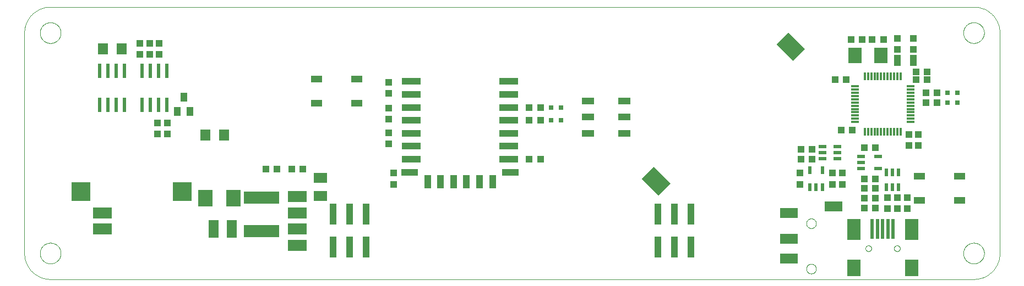
<source format=gtp>
G75*
%MOIN*%
%OFA0B0*%
%FSLAX25Y25*%
%IPPOS*%
%LPD*%
%AMOC8*
5,1,8,0,0,1.08239X$1,22.5*
%
%ADD10C,0.00000*%
%ADD11R,0.04331X0.03937*%
%ADD12R,0.03937X0.04331*%
%ADD13R,0.03150X0.03150*%
%ADD14R,0.07874X0.09843*%
%ADD15R,0.07874X0.12992*%
%ADD16R,0.01969X0.12205*%
%ADD17R,0.04724X0.02165*%
%ADD18R,0.11811X0.11811*%
%ADD19R,0.02362X0.08661*%
%ADD20R,0.03937X0.05512*%
%ADD21R,0.06299X0.07098*%
%ADD22R,0.09055X0.09843*%
%ADD23R,0.21654X0.07283*%
%ADD24R,0.06299X0.10630*%
%ADD25R,0.07874X0.06299*%
%ADD26R,0.07087X0.04331*%
%ADD27R,0.01181X0.04724*%
%ADD28R,0.04724X0.01181*%
%ADD29R,0.02362X0.04724*%
%ADD30R,0.04724X0.02362*%
%ADD31R,0.11024X0.05906*%
%ADD32R,0.07874X0.09449*%
%ADD33R,0.02165X0.04724*%
%ADD34R,0.03937X0.07087*%
%ADD35R,0.04000X0.13000*%
%ADD36R,0.03937X0.07874*%
%ADD37R,0.09843X0.03937*%
%ADD38R,0.11811X0.03937*%
%ADD39R,0.14173X0.10236*%
%ADD40R,0.07677X0.04331*%
%ADD41R,0.11811X0.07087*%
D10*
X0017248Y0009374D02*
X0576303Y0009374D01*
X0570004Y0025122D02*
X0570006Y0025280D01*
X0570012Y0025438D01*
X0570022Y0025596D01*
X0570036Y0025754D01*
X0570054Y0025911D01*
X0570075Y0026068D01*
X0570101Y0026224D01*
X0570131Y0026380D01*
X0570164Y0026535D01*
X0570202Y0026688D01*
X0570243Y0026841D01*
X0570288Y0026993D01*
X0570337Y0027144D01*
X0570390Y0027293D01*
X0570446Y0027441D01*
X0570506Y0027587D01*
X0570570Y0027732D01*
X0570638Y0027875D01*
X0570709Y0028017D01*
X0570783Y0028157D01*
X0570861Y0028294D01*
X0570943Y0028430D01*
X0571027Y0028564D01*
X0571116Y0028695D01*
X0571207Y0028824D01*
X0571302Y0028951D01*
X0571399Y0029076D01*
X0571500Y0029198D01*
X0571604Y0029317D01*
X0571711Y0029434D01*
X0571821Y0029548D01*
X0571934Y0029659D01*
X0572049Y0029768D01*
X0572167Y0029873D01*
X0572288Y0029975D01*
X0572411Y0030075D01*
X0572537Y0030171D01*
X0572665Y0030264D01*
X0572795Y0030354D01*
X0572928Y0030440D01*
X0573063Y0030524D01*
X0573199Y0030603D01*
X0573338Y0030680D01*
X0573479Y0030752D01*
X0573621Y0030822D01*
X0573765Y0030887D01*
X0573911Y0030949D01*
X0574058Y0031007D01*
X0574207Y0031062D01*
X0574357Y0031113D01*
X0574508Y0031160D01*
X0574660Y0031203D01*
X0574813Y0031242D01*
X0574968Y0031278D01*
X0575123Y0031309D01*
X0575279Y0031337D01*
X0575435Y0031361D01*
X0575592Y0031381D01*
X0575750Y0031397D01*
X0575907Y0031409D01*
X0576066Y0031417D01*
X0576224Y0031421D01*
X0576382Y0031421D01*
X0576540Y0031417D01*
X0576699Y0031409D01*
X0576856Y0031397D01*
X0577014Y0031381D01*
X0577171Y0031361D01*
X0577327Y0031337D01*
X0577483Y0031309D01*
X0577638Y0031278D01*
X0577793Y0031242D01*
X0577946Y0031203D01*
X0578098Y0031160D01*
X0578249Y0031113D01*
X0578399Y0031062D01*
X0578548Y0031007D01*
X0578695Y0030949D01*
X0578841Y0030887D01*
X0578985Y0030822D01*
X0579127Y0030752D01*
X0579268Y0030680D01*
X0579407Y0030603D01*
X0579543Y0030524D01*
X0579678Y0030440D01*
X0579811Y0030354D01*
X0579941Y0030264D01*
X0580069Y0030171D01*
X0580195Y0030075D01*
X0580318Y0029975D01*
X0580439Y0029873D01*
X0580557Y0029768D01*
X0580672Y0029659D01*
X0580785Y0029548D01*
X0580895Y0029434D01*
X0581002Y0029317D01*
X0581106Y0029198D01*
X0581207Y0029076D01*
X0581304Y0028951D01*
X0581399Y0028824D01*
X0581490Y0028695D01*
X0581579Y0028564D01*
X0581663Y0028430D01*
X0581745Y0028294D01*
X0581823Y0028157D01*
X0581897Y0028017D01*
X0581968Y0027875D01*
X0582036Y0027732D01*
X0582100Y0027587D01*
X0582160Y0027441D01*
X0582216Y0027293D01*
X0582269Y0027144D01*
X0582318Y0026993D01*
X0582363Y0026841D01*
X0582404Y0026688D01*
X0582442Y0026535D01*
X0582475Y0026380D01*
X0582505Y0026224D01*
X0582531Y0026068D01*
X0582552Y0025911D01*
X0582570Y0025754D01*
X0582584Y0025596D01*
X0582594Y0025438D01*
X0582600Y0025280D01*
X0582602Y0025122D01*
X0582600Y0024964D01*
X0582594Y0024806D01*
X0582584Y0024648D01*
X0582570Y0024490D01*
X0582552Y0024333D01*
X0582531Y0024176D01*
X0582505Y0024020D01*
X0582475Y0023864D01*
X0582442Y0023709D01*
X0582404Y0023556D01*
X0582363Y0023403D01*
X0582318Y0023251D01*
X0582269Y0023100D01*
X0582216Y0022951D01*
X0582160Y0022803D01*
X0582100Y0022657D01*
X0582036Y0022512D01*
X0581968Y0022369D01*
X0581897Y0022227D01*
X0581823Y0022087D01*
X0581745Y0021950D01*
X0581663Y0021814D01*
X0581579Y0021680D01*
X0581490Y0021549D01*
X0581399Y0021420D01*
X0581304Y0021293D01*
X0581207Y0021168D01*
X0581106Y0021046D01*
X0581002Y0020927D01*
X0580895Y0020810D01*
X0580785Y0020696D01*
X0580672Y0020585D01*
X0580557Y0020476D01*
X0580439Y0020371D01*
X0580318Y0020269D01*
X0580195Y0020169D01*
X0580069Y0020073D01*
X0579941Y0019980D01*
X0579811Y0019890D01*
X0579678Y0019804D01*
X0579543Y0019720D01*
X0579407Y0019641D01*
X0579268Y0019564D01*
X0579127Y0019492D01*
X0578985Y0019422D01*
X0578841Y0019357D01*
X0578695Y0019295D01*
X0578548Y0019237D01*
X0578399Y0019182D01*
X0578249Y0019131D01*
X0578098Y0019084D01*
X0577946Y0019041D01*
X0577793Y0019002D01*
X0577638Y0018966D01*
X0577483Y0018935D01*
X0577327Y0018907D01*
X0577171Y0018883D01*
X0577014Y0018863D01*
X0576856Y0018847D01*
X0576699Y0018835D01*
X0576540Y0018827D01*
X0576382Y0018823D01*
X0576224Y0018823D01*
X0576066Y0018827D01*
X0575907Y0018835D01*
X0575750Y0018847D01*
X0575592Y0018863D01*
X0575435Y0018883D01*
X0575279Y0018907D01*
X0575123Y0018935D01*
X0574968Y0018966D01*
X0574813Y0019002D01*
X0574660Y0019041D01*
X0574508Y0019084D01*
X0574357Y0019131D01*
X0574207Y0019182D01*
X0574058Y0019237D01*
X0573911Y0019295D01*
X0573765Y0019357D01*
X0573621Y0019422D01*
X0573479Y0019492D01*
X0573338Y0019564D01*
X0573199Y0019641D01*
X0573063Y0019720D01*
X0572928Y0019804D01*
X0572795Y0019890D01*
X0572665Y0019980D01*
X0572537Y0020073D01*
X0572411Y0020169D01*
X0572288Y0020269D01*
X0572167Y0020371D01*
X0572049Y0020476D01*
X0571934Y0020585D01*
X0571821Y0020696D01*
X0571711Y0020810D01*
X0571604Y0020927D01*
X0571500Y0021046D01*
X0571399Y0021168D01*
X0571302Y0021293D01*
X0571207Y0021420D01*
X0571116Y0021549D01*
X0571027Y0021680D01*
X0570943Y0021814D01*
X0570861Y0021950D01*
X0570783Y0022087D01*
X0570709Y0022227D01*
X0570638Y0022369D01*
X0570570Y0022512D01*
X0570506Y0022657D01*
X0570446Y0022803D01*
X0570390Y0022951D01*
X0570337Y0023100D01*
X0570288Y0023251D01*
X0570243Y0023403D01*
X0570202Y0023556D01*
X0570164Y0023709D01*
X0570131Y0023864D01*
X0570101Y0024020D01*
X0570075Y0024176D01*
X0570054Y0024333D01*
X0570036Y0024490D01*
X0570022Y0024648D01*
X0570012Y0024806D01*
X0570006Y0024964D01*
X0570004Y0025122D01*
X0576303Y0009374D02*
X0576684Y0009379D01*
X0577064Y0009392D01*
X0577444Y0009415D01*
X0577823Y0009448D01*
X0578201Y0009489D01*
X0578578Y0009539D01*
X0578954Y0009599D01*
X0579329Y0009667D01*
X0579701Y0009745D01*
X0580072Y0009832D01*
X0580440Y0009927D01*
X0580806Y0010032D01*
X0581169Y0010145D01*
X0581530Y0010267D01*
X0581887Y0010397D01*
X0582241Y0010537D01*
X0582592Y0010684D01*
X0582939Y0010841D01*
X0583282Y0011005D01*
X0583621Y0011178D01*
X0583956Y0011359D01*
X0584287Y0011548D01*
X0584612Y0011745D01*
X0584933Y0011949D01*
X0585249Y0012162D01*
X0585559Y0012382D01*
X0585865Y0012609D01*
X0586164Y0012844D01*
X0586458Y0013086D01*
X0586746Y0013334D01*
X0587028Y0013590D01*
X0587303Y0013853D01*
X0587572Y0014122D01*
X0587835Y0014397D01*
X0588091Y0014679D01*
X0588339Y0014967D01*
X0588581Y0015261D01*
X0588816Y0015560D01*
X0589043Y0015866D01*
X0589263Y0016176D01*
X0589476Y0016492D01*
X0589680Y0016813D01*
X0589877Y0017138D01*
X0590066Y0017469D01*
X0590247Y0017804D01*
X0590420Y0018143D01*
X0590584Y0018486D01*
X0590741Y0018833D01*
X0590888Y0019184D01*
X0591028Y0019538D01*
X0591158Y0019895D01*
X0591280Y0020256D01*
X0591393Y0020619D01*
X0591498Y0020985D01*
X0591593Y0021353D01*
X0591680Y0021724D01*
X0591758Y0022096D01*
X0591826Y0022471D01*
X0591886Y0022847D01*
X0591936Y0023224D01*
X0591977Y0023602D01*
X0592010Y0023981D01*
X0592033Y0024361D01*
X0592046Y0024741D01*
X0592051Y0025122D01*
X0592051Y0158980D01*
X0570004Y0158980D02*
X0570006Y0159138D01*
X0570012Y0159296D01*
X0570022Y0159454D01*
X0570036Y0159612D01*
X0570054Y0159769D01*
X0570075Y0159926D01*
X0570101Y0160082D01*
X0570131Y0160238D01*
X0570164Y0160393D01*
X0570202Y0160546D01*
X0570243Y0160699D01*
X0570288Y0160851D01*
X0570337Y0161002D01*
X0570390Y0161151D01*
X0570446Y0161299D01*
X0570506Y0161445D01*
X0570570Y0161590D01*
X0570638Y0161733D01*
X0570709Y0161875D01*
X0570783Y0162015D01*
X0570861Y0162152D01*
X0570943Y0162288D01*
X0571027Y0162422D01*
X0571116Y0162553D01*
X0571207Y0162682D01*
X0571302Y0162809D01*
X0571399Y0162934D01*
X0571500Y0163056D01*
X0571604Y0163175D01*
X0571711Y0163292D01*
X0571821Y0163406D01*
X0571934Y0163517D01*
X0572049Y0163626D01*
X0572167Y0163731D01*
X0572288Y0163833D01*
X0572411Y0163933D01*
X0572537Y0164029D01*
X0572665Y0164122D01*
X0572795Y0164212D01*
X0572928Y0164298D01*
X0573063Y0164382D01*
X0573199Y0164461D01*
X0573338Y0164538D01*
X0573479Y0164610D01*
X0573621Y0164680D01*
X0573765Y0164745D01*
X0573911Y0164807D01*
X0574058Y0164865D01*
X0574207Y0164920D01*
X0574357Y0164971D01*
X0574508Y0165018D01*
X0574660Y0165061D01*
X0574813Y0165100D01*
X0574968Y0165136D01*
X0575123Y0165167D01*
X0575279Y0165195D01*
X0575435Y0165219D01*
X0575592Y0165239D01*
X0575750Y0165255D01*
X0575907Y0165267D01*
X0576066Y0165275D01*
X0576224Y0165279D01*
X0576382Y0165279D01*
X0576540Y0165275D01*
X0576699Y0165267D01*
X0576856Y0165255D01*
X0577014Y0165239D01*
X0577171Y0165219D01*
X0577327Y0165195D01*
X0577483Y0165167D01*
X0577638Y0165136D01*
X0577793Y0165100D01*
X0577946Y0165061D01*
X0578098Y0165018D01*
X0578249Y0164971D01*
X0578399Y0164920D01*
X0578548Y0164865D01*
X0578695Y0164807D01*
X0578841Y0164745D01*
X0578985Y0164680D01*
X0579127Y0164610D01*
X0579268Y0164538D01*
X0579407Y0164461D01*
X0579543Y0164382D01*
X0579678Y0164298D01*
X0579811Y0164212D01*
X0579941Y0164122D01*
X0580069Y0164029D01*
X0580195Y0163933D01*
X0580318Y0163833D01*
X0580439Y0163731D01*
X0580557Y0163626D01*
X0580672Y0163517D01*
X0580785Y0163406D01*
X0580895Y0163292D01*
X0581002Y0163175D01*
X0581106Y0163056D01*
X0581207Y0162934D01*
X0581304Y0162809D01*
X0581399Y0162682D01*
X0581490Y0162553D01*
X0581579Y0162422D01*
X0581663Y0162288D01*
X0581745Y0162152D01*
X0581823Y0162015D01*
X0581897Y0161875D01*
X0581968Y0161733D01*
X0582036Y0161590D01*
X0582100Y0161445D01*
X0582160Y0161299D01*
X0582216Y0161151D01*
X0582269Y0161002D01*
X0582318Y0160851D01*
X0582363Y0160699D01*
X0582404Y0160546D01*
X0582442Y0160393D01*
X0582475Y0160238D01*
X0582505Y0160082D01*
X0582531Y0159926D01*
X0582552Y0159769D01*
X0582570Y0159612D01*
X0582584Y0159454D01*
X0582594Y0159296D01*
X0582600Y0159138D01*
X0582602Y0158980D01*
X0582600Y0158822D01*
X0582594Y0158664D01*
X0582584Y0158506D01*
X0582570Y0158348D01*
X0582552Y0158191D01*
X0582531Y0158034D01*
X0582505Y0157878D01*
X0582475Y0157722D01*
X0582442Y0157567D01*
X0582404Y0157414D01*
X0582363Y0157261D01*
X0582318Y0157109D01*
X0582269Y0156958D01*
X0582216Y0156809D01*
X0582160Y0156661D01*
X0582100Y0156515D01*
X0582036Y0156370D01*
X0581968Y0156227D01*
X0581897Y0156085D01*
X0581823Y0155945D01*
X0581745Y0155808D01*
X0581663Y0155672D01*
X0581579Y0155538D01*
X0581490Y0155407D01*
X0581399Y0155278D01*
X0581304Y0155151D01*
X0581207Y0155026D01*
X0581106Y0154904D01*
X0581002Y0154785D01*
X0580895Y0154668D01*
X0580785Y0154554D01*
X0580672Y0154443D01*
X0580557Y0154334D01*
X0580439Y0154229D01*
X0580318Y0154127D01*
X0580195Y0154027D01*
X0580069Y0153931D01*
X0579941Y0153838D01*
X0579811Y0153748D01*
X0579678Y0153662D01*
X0579543Y0153578D01*
X0579407Y0153499D01*
X0579268Y0153422D01*
X0579127Y0153350D01*
X0578985Y0153280D01*
X0578841Y0153215D01*
X0578695Y0153153D01*
X0578548Y0153095D01*
X0578399Y0153040D01*
X0578249Y0152989D01*
X0578098Y0152942D01*
X0577946Y0152899D01*
X0577793Y0152860D01*
X0577638Y0152824D01*
X0577483Y0152793D01*
X0577327Y0152765D01*
X0577171Y0152741D01*
X0577014Y0152721D01*
X0576856Y0152705D01*
X0576699Y0152693D01*
X0576540Y0152685D01*
X0576382Y0152681D01*
X0576224Y0152681D01*
X0576066Y0152685D01*
X0575907Y0152693D01*
X0575750Y0152705D01*
X0575592Y0152721D01*
X0575435Y0152741D01*
X0575279Y0152765D01*
X0575123Y0152793D01*
X0574968Y0152824D01*
X0574813Y0152860D01*
X0574660Y0152899D01*
X0574508Y0152942D01*
X0574357Y0152989D01*
X0574207Y0153040D01*
X0574058Y0153095D01*
X0573911Y0153153D01*
X0573765Y0153215D01*
X0573621Y0153280D01*
X0573479Y0153350D01*
X0573338Y0153422D01*
X0573199Y0153499D01*
X0573063Y0153578D01*
X0572928Y0153662D01*
X0572795Y0153748D01*
X0572665Y0153838D01*
X0572537Y0153931D01*
X0572411Y0154027D01*
X0572288Y0154127D01*
X0572167Y0154229D01*
X0572049Y0154334D01*
X0571934Y0154443D01*
X0571821Y0154554D01*
X0571711Y0154668D01*
X0571604Y0154785D01*
X0571500Y0154904D01*
X0571399Y0155026D01*
X0571302Y0155151D01*
X0571207Y0155278D01*
X0571116Y0155407D01*
X0571027Y0155538D01*
X0570943Y0155672D01*
X0570861Y0155808D01*
X0570783Y0155945D01*
X0570709Y0156085D01*
X0570638Y0156227D01*
X0570570Y0156370D01*
X0570506Y0156515D01*
X0570446Y0156661D01*
X0570390Y0156809D01*
X0570337Y0156958D01*
X0570288Y0157109D01*
X0570243Y0157261D01*
X0570202Y0157414D01*
X0570164Y0157567D01*
X0570131Y0157722D01*
X0570101Y0157878D01*
X0570075Y0158034D01*
X0570054Y0158191D01*
X0570036Y0158348D01*
X0570022Y0158506D01*
X0570012Y0158664D01*
X0570006Y0158822D01*
X0570004Y0158980D01*
X0576303Y0174728D02*
X0576684Y0174723D01*
X0577064Y0174710D01*
X0577444Y0174687D01*
X0577823Y0174654D01*
X0578201Y0174613D01*
X0578578Y0174563D01*
X0578954Y0174503D01*
X0579329Y0174435D01*
X0579701Y0174357D01*
X0580072Y0174270D01*
X0580440Y0174175D01*
X0580806Y0174070D01*
X0581169Y0173957D01*
X0581530Y0173835D01*
X0581887Y0173705D01*
X0582241Y0173565D01*
X0582592Y0173418D01*
X0582939Y0173261D01*
X0583282Y0173097D01*
X0583621Y0172924D01*
X0583956Y0172743D01*
X0584287Y0172554D01*
X0584612Y0172357D01*
X0584933Y0172153D01*
X0585249Y0171940D01*
X0585559Y0171720D01*
X0585865Y0171493D01*
X0586164Y0171258D01*
X0586458Y0171016D01*
X0586746Y0170768D01*
X0587028Y0170512D01*
X0587303Y0170249D01*
X0587572Y0169980D01*
X0587835Y0169705D01*
X0588091Y0169423D01*
X0588339Y0169135D01*
X0588581Y0168841D01*
X0588816Y0168542D01*
X0589043Y0168236D01*
X0589263Y0167926D01*
X0589476Y0167610D01*
X0589680Y0167289D01*
X0589877Y0166964D01*
X0590066Y0166633D01*
X0590247Y0166298D01*
X0590420Y0165959D01*
X0590584Y0165616D01*
X0590741Y0165269D01*
X0590888Y0164918D01*
X0591028Y0164564D01*
X0591158Y0164207D01*
X0591280Y0163846D01*
X0591393Y0163483D01*
X0591498Y0163117D01*
X0591593Y0162749D01*
X0591680Y0162378D01*
X0591758Y0162006D01*
X0591826Y0161631D01*
X0591886Y0161255D01*
X0591936Y0160878D01*
X0591977Y0160500D01*
X0592010Y0160121D01*
X0592033Y0159741D01*
X0592046Y0159361D01*
X0592051Y0158980D01*
X0576303Y0174728D02*
X0017248Y0174728D01*
X0010949Y0158980D02*
X0010951Y0159138D01*
X0010957Y0159296D01*
X0010967Y0159454D01*
X0010981Y0159612D01*
X0010999Y0159769D01*
X0011020Y0159926D01*
X0011046Y0160082D01*
X0011076Y0160238D01*
X0011109Y0160393D01*
X0011147Y0160546D01*
X0011188Y0160699D01*
X0011233Y0160851D01*
X0011282Y0161002D01*
X0011335Y0161151D01*
X0011391Y0161299D01*
X0011451Y0161445D01*
X0011515Y0161590D01*
X0011583Y0161733D01*
X0011654Y0161875D01*
X0011728Y0162015D01*
X0011806Y0162152D01*
X0011888Y0162288D01*
X0011972Y0162422D01*
X0012061Y0162553D01*
X0012152Y0162682D01*
X0012247Y0162809D01*
X0012344Y0162934D01*
X0012445Y0163056D01*
X0012549Y0163175D01*
X0012656Y0163292D01*
X0012766Y0163406D01*
X0012879Y0163517D01*
X0012994Y0163626D01*
X0013112Y0163731D01*
X0013233Y0163833D01*
X0013356Y0163933D01*
X0013482Y0164029D01*
X0013610Y0164122D01*
X0013740Y0164212D01*
X0013873Y0164298D01*
X0014008Y0164382D01*
X0014144Y0164461D01*
X0014283Y0164538D01*
X0014424Y0164610D01*
X0014566Y0164680D01*
X0014710Y0164745D01*
X0014856Y0164807D01*
X0015003Y0164865D01*
X0015152Y0164920D01*
X0015302Y0164971D01*
X0015453Y0165018D01*
X0015605Y0165061D01*
X0015758Y0165100D01*
X0015913Y0165136D01*
X0016068Y0165167D01*
X0016224Y0165195D01*
X0016380Y0165219D01*
X0016537Y0165239D01*
X0016695Y0165255D01*
X0016852Y0165267D01*
X0017011Y0165275D01*
X0017169Y0165279D01*
X0017327Y0165279D01*
X0017485Y0165275D01*
X0017644Y0165267D01*
X0017801Y0165255D01*
X0017959Y0165239D01*
X0018116Y0165219D01*
X0018272Y0165195D01*
X0018428Y0165167D01*
X0018583Y0165136D01*
X0018738Y0165100D01*
X0018891Y0165061D01*
X0019043Y0165018D01*
X0019194Y0164971D01*
X0019344Y0164920D01*
X0019493Y0164865D01*
X0019640Y0164807D01*
X0019786Y0164745D01*
X0019930Y0164680D01*
X0020072Y0164610D01*
X0020213Y0164538D01*
X0020352Y0164461D01*
X0020488Y0164382D01*
X0020623Y0164298D01*
X0020756Y0164212D01*
X0020886Y0164122D01*
X0021014Y0164029D01*
X0021140Y0163933D01*
X0021263Y0163833D01*
X0021384Y0163731D01*
X0021502Y0163626D01*
X0021617Y0163517D01*
X0021730Y0163406D01*
X0021840Y0163292D01*
X0021947Y0163175D01*
X0022051Y0163056D01*
X0022152Y0162934D01*
X0022249Y0162809D01*
X0022344Y0162682D01*
X0022435Y0162553D01*
X0022524Y0162422D01*
X0022608Y0162288D01*
X0022690Y0162152D01*
X0022768Y0162015D01*
X0022842Y0161875D01*
X0022913Y0161733D01*
X0022981Y0161590D01*
X0023045Y0161445D01*
X0023105Y0161299D01*
X0023161Y0161151D01*
X0023214Y0161002D01*
X0023263Y0160851D01*
X0023308Y0160699D01*
X0023349Y0160546D01*
X0023387Y0160393D01*
X0023420Y0160238D01*
X0023450Y0160082D01*
X0023476Y0159926D01*
X0023497Y0159769D01*
X0023515Y0159612D01*
X0023529Y0159454D01*
X0023539Y0159296D01*
X0023545Y0159138D01*
X0023547Y0158980D01*
X0023545Y0158822D01*
X0023539Y0158664D01*
X0023529Y0158506D01*
X0023515Y0158348D01*
X0023497Y0158191D01*
X0023476Y0158034D01*
X0023450Y0157878D01*
X0023420Y0157722D01*
X0023387Y0157567D01*
X0023349Y0157414D01*
X0023308Y0157261D01*
X0023263Y0157109D01*
X0023214Y0156958D01*
X0023161Y0156809D01*
X0023105Y0156661D01*
X0023045Y0156515D01*
X0022981Y0156370D01*
X0022913Y0156227D01*
X0022842Y0156085D01*
X0022768Y0155945D01*
X0022690Y0155808D01*
X0022608Y0155672D01*
X0022524Y0155538D01*
X0022435Y0155407D01*
X0022344Y0155278D01*
X0022249Y0155151D01*
X0022152Y0155026D01*
X0022051Y0154904D01*
X0021947Y0154785D01*
X0021840Y0154668D01*
X0021730Y0154554D01*
X0021617Y0154443D01*
X0021502Y0154334D01*
X0021384Y0154229D01*
X0021263Y0154127D01*
X0021140Y0154027D01*
X0021014Y0153931D01*
X0020886Y0153838D01*
X0020756Y0153748D01*
X0020623Y0153662D01*
X0020488Y0153578D01*
X0020352Y0153499D01*
X0020213Y0153422D01*
X0020072Y0153350D01*
X0019930Y0153280D01*
X0019786Y0153215D01*
X0019640Y0153153D01*
X0019493Y0153095D01*
X0019344Y0153040D01*
X0019194Y0152989D01*
X0019043Y0152942D01*
X0018891Y0152899D01*
X0018738Y0152860D01*
X0018583Y0152824D01*
X0018428Y0152793D01*
X0018272Y0152765D01*
X0018116Y0152741D01*
X0017959Y0152721D01*
X0017801Y0152705D01*
X0017644Y0152693D01*
X0017485Y0152685D01*
X0017327Y0152681D01*
X0017169Y0152681D01*
X0017011Y0152685D01*
X0016852Y0152693D01*
X0016695Y0152705D01*
X0016537Y0152721D01*
X0016380Y0152741D01*
X0016224Y0152765D01*
X0016068Y0152793D01*
X0015913Y0152824D01*
X0015758Y0152860D01*
X0015605Y0152899D01*
X0015453Y0152942D01*
X0015302Y0152989D01*
X0015152Y0153040D01*
X0015003Y0153095D01*
X0014856Y0153153D01*
X0014710Y0153215D01*
X0014566Y0153280D01*
X0014424Y0153350D01*
X0014283Y0153422D01*
X0014144Y0153499D01*
X0014008Y0153578D01*
X0013873Y0153662D01*
X0013740Y0153748D01*
X0013610Y0153838D01*
X0013482Y0153931D01*
X0013356Y0154027D01*
X0013233Y0154127D01*
X0013112Y0154229D01*
X0012994Y0154334D01*
X0012879Y0154443D01*
X0012766Y0154554D01*
X0012656Y0154668D01*
X0012549Y0154785D01*
X0012445Y0154904D01*
X0012344Y0155026D01*
X0012247Y0155151D01*
X0012152Y0155278D01*
X0012061Y0155407D01*
X0011972Y0155538D01*
X0011888Y0155672D01*
X0011806Y0155808D01*
X0011728Y0155945D01*
X0011654Y0156085D01*
X0011583Y0156227D01*
X0011515Y0156370D01*
X0011451Y0156515D01*
X0011391Y0156661D01*
X0011335Y0156809D01*
X0011282Y0156958D01*
X0011233Y0157109D01*
X0011188Y0157261D01*
X0011147Y0157414D01*
X0011109Y0157567D01*
X0011076Y0157722D01*
X0011046Y0157878D01*
X0011020Y0158034D01*
X0010999Y0158191D01*
X0010981Y0158348D01*
X0010967Y0158506D01*
X0010957Y0158664D01*
X0010951Y0158822D01*
X0010949Y0158980D01*
X0001500Y0158980D02*
X0001505Y0159361D01*
X0001518Y0159741D01*
X0001541Y0160121D01*
X0001574Y0160500D01*
X0001615Y0160878D01*
X0001665Y0161255D01*
X0001725Y0161631D01*
X0001793Y0162006D01*
X0001871Y0162378D01*
X0001958Y0162749D01*
X0002053Y0163117D01*
X0002158Y0163483D01*
X0002271Y0163846D01*
X0002393Y0164207D01*
X0002523Y0164564D01*
X0002663Y0164918D01*
X0002810Y0165269D01*
X0002967Y0165616D01*
X0003131Y0165959D01*
X0003304Y0166298D01*
X0003485Y0166633D01*
X0003674Y0166964D01*
X0003871Y0167289D01*
X0004075Y0167610D01*
X0004288Y0167926D01*
X0004508Y0168236D01*
X0004735Y0168542D01*
X0004970Y0168841D01*
X0005212Y0169135D01*
X0005460Y0169423D01*
X0005716Y0169705D01*
X0005979Y0169980D01*
X0006248Y0170249D01*
X0006523Y0170512D01*
X0006805Y0170768D01*
X0007093Y0171016D01*
X0007387Y0171258D01*
X0007686Y0171493D01*
X0007992Y0171720D01*
X0008302Y0171940D01*
X0008618Y0172153D01*
X0008939Y0172357D01*
X0009264Y0172554D01*
X0009595Y0172743D01*
X0009930Y0172924D01*
X0010269Y0173097D01*
X0010612Y0173261D01*
X0010959Y0173418D01*
X0011310Y0173565D01*
X0011664Y0173705D01*
X0012021Y0173835D01*
X0012382Y0173957D01*
X0012745Y0174070D01*
X0013111Y0174175D01*
X0013479Y0174270D01*
X0013850Y0174357D01*
X0014222Y0174435D01*
X0014597Y0174503D01*
X0014973Y0174563D01*
X0015350Y0174613D01*
X0015728Y0174654D01*
X0016107Y0174687D01*
X0016487Y0174710D01*
X0016867Y0174723D01*
X0017248Y0174728D01*
X0001500Y0158980D02*
X0001500Y0025122D01*
X0010949Y0025122D02*
X0010951Y0025280D01*
X0010957Y0025438D01*
X0010967Y0025596D01*
X0010981Y0025754D01*
X0010999Y0025911D01*
X0011020Y0026068D01*
X0011046Y0026224D01*
X0011076Y0026380D01*
X0011109Y0026535D01*
X0011147Y0026688D01*
X0011188Y0026841D01*
X0011233Y0026993D01*
X0011282Y0027144D01*
X0011335Y0027293D01*
X0011391Y0027441D01*
X0011451Y0027587D01*
X0011515Y0027732D01*
X0011583Y0027875D01*
X0011654Y0028017D01*
X0011728Y0028157D01*
X0011806Y0028294D01*
X0011888Y0028430D01*
X0011972Y0028564D01*
X0012061Y0028695D01*
X0012152Y0028824D01*
X0012247Y0028951D01*
X0012344Y0029076D01*
X0012445Y0029198D01*
X0012549Y0029317D01*
X0012656Y0029434D01*
X0012766Y0029548D01*
X0012879Y0029659D01*
X0012994Y0029768D01*
X0013112Y0029873D01*
X0013233Y0029975D01*
X0013356Y0030075D01*
X0013482Y0030171D01*
X0013610Y0030264D01*
X0013740Y0030354D01*
X0013873Y0030440D01*
X0014008Y0030524D01*
X0014144Y0030603D01*
X0014283Y0030680D01*
X0014424Y0030752D01*
X0014566Y0030822D01*
X0014710Y0030887D01*
X0014856Y0030949D01*
X0015003Y0031007D01*
X0015152Y0031062D01*
X0015302Y0031113D01*
X0015453Y0031160D01*
X0015605Y0031203D01*
X0015758Y0031242D01*
X0015913Y0031278D01*
X0016068Y0031309D01*
X0016224Y0031337D01*
X0016380Y0031361D01*
X0016537Y0031381D01*
X0016695Y0031397D01*
X0016852Y0031409D01*
X0017011Y0031417D01*
X0017169Y0031421D01*
X0017327Y0031421D01*
X0017485Y0031417D01*
X0017644Y0031409D01*
X0017801Y0031397D01*
X0017959Y0031381D01*
X0018116Y0031361D01*
X0018272Y0031337D01*
X0018428Y0031309D01*
X0018583Y0031278D01*
X0018738Y0031242D01*
X0018891Y0031203D01*
X0019043Y0031160D01*
X0019194Y0031113D01*
X0019344Y0031062D01*
X0019493Y0031007D01*
X0019640Y0030949D01*
X0019786Y0030887D01*
X0019930Y0030822D01*
X0020072Y0030752D01*
X0020213Y0030680D01*
X0020352Y0030603D01*
X0020488Y0030524D01*
X0020623Y0030440D01*
X0020756Y0030354D01*
X0020886Y0030264D01*
X0021014Y0030171D01*
X0021140Y0030075D01*
X0021263Y0029975D01*
X0021384Y0029873D01*
X0021502Y0029768D01*
X0021617Y0029659D01*
X0021730Y0029548D01*
X0021840Y0029434D01*
X0021947Y0029317D01*
X0022051Y0029198D01*
X0022152Y0029076D01*
X0022249Y0028951D01*
X0022344Y0028824D01*
X0022435Y0028695D01*
X0022524Y0028564D01*
X0022608Y0028430D01*
X0022690Y0028294D01*
X0022768Y0028157D01*
X0022842Y0028017D01*
X0022913Y0027875D01*
X0022981Y0027732D01*
X0023045Y0027587D01*
X0023105Y0027441D01*
X0023161Y0027293D01*
X0023214Y0027144D01*
X0023263Y0026993D01*
X0023308Y0026841D01*
X0023349Y0026688D01*
X0023387Y0026535D01*
X0023420Y0026380D01*
X0023450Y0026224D01*
X0023476Y0026068D01*
X0023497Y0025911D01*
X0023515Y0025754D01*
X0023529Y0025596D01*
X0023539Y0025438D01*
X0023545Y0025280D01*
X0023547Y0025122D01*
X0023545Y0024964D01*
X0023539Y0024806D01*
X0023529Y0024648D01*
X0023515Y0024490D01*
X0023497Y0024333D01*
X0023476Y0024176D01*
X0023450Y0024020D01*
X0023420Y0023864D01*
X0023387Y0023709D01*
X0023349Y0023556D01*
X0023308Y0023403D01*
X0023263Y0023251D01*
X0023214Y0023100D01*
X0023161Y0022951D01*
X0023105Y0022803D01*
X0023045Y0022657D01*
X0022981Y0022512D01*
X0022913Y0022369D01*
X0022842Y0022227D01*
X0022768Y0022087D01*
X0022690Y0021950D01*
X0022608Y0021814D01*
X0022524Y0021680D01*
X0022435Y0021549D01*
X0022344Y0021420D01*
X0022249Y0021293D01*
X0022152Y0021168D01*
X0022051Y0021046D01*
X0021947Y0020927D01*
X0021840Y0020810D01*
X0021730Y0020696D01*
X0021617Y0020585D01*
X0021502Y0020476D01*
X0021384Y0020371D01*
X0021263Y0020269D01*
X0021140Y0020169D01*
X0021014Y0020073D01*
X0020886Y0019980D01*
X0020756Y0019890D01*
X0020623Y0019804D01*
X0020488Y0019720D01*
X0020352Y0019641D01*
X0020213Y0019564D01*
X0020072Y0019492D01*
X0019930Y0019422D01*
X0019786Y0019357D01*
X0019640Y0019295D01*
X0019493Y0019237D01*
X0019344Y0019182D01*
X0019194Y0019131D01*
X0019043Y0019084D01*
X0018891Y0019041D01*
X0018738Y0019002D01*
X0018583Y0018966D01*
X0018428Y0018935D01*
X0018272Y0018907D01*
X0018116Y0018883D01*
X0017959Y0018863D01*
X0017801Y0018847D01*
X0017644Y0018835D01*
X0017485Y0018827D01*
X0017327Y0018823D01*
X0017169Y0018823D01*
X0017011Y0018827D01*
X0016852Y0018835D01*
X0016695Y0018847D01*
X0016537Y0018863D01*
X0016380Y0018883D01*
X0016224Y0018907D01*
X0016068Y0018935D01*
X0015913Y0018966D01*
X0015758Y0019002D01*
X0015605Y0019041D01*
X0015453Y0019084D01*
X0015302Y0019131D01*
X0015152Y0019182D01*
X0015003Y0019237D01*
X0014856Y0019295D01*
X0014710Y0019357D01*
X0014566Y0019422D01*
X0014424Y0019492D01*
X0014283Y0019564D01*
X0014144Y0019641D01*
X0014008Y0019720D01*
X0013873Y0019804D01*
X0013740Y0019890D01*
X0013610Y0019980D01*
X0013482Y0020073D01*
X0013356Y0020169D01*
X0013233Y0020269D01*
X0013112Y0020371D01*
X0012994Y0020476D01*
X0012879Y0020585D01*
X0012766Y0020696D01*
X0012656Y0020810D01*
X0012549Y0020927D01*
X0012445Y0021046D01*
X0012344Y0021168D01*
X0012247Y0021293D01*
X0012152Y0021420D01*
X0012061Y0021549D01*
X0011972Y0021680D01*
X0011888Y0021814D01*
X0011806Y0021950D01*
X0011728Y0022087D01*
X0011654Y0022227D01*
X0011583Y0022369D01*
X0011515Y0022512D01*
X0011451Y0022657D01*
X0011391Y0022803D01*
X0011335Y0022951D01*
X0011282Y0023100D01*
X0011233Y0023251D01*
X0011188Y0023403D01*
X0011147Y0023556D01*
X0011109Y0023709D01*
X0011076Y0023864D01*
X0011046Y0024020D01*
X0011020Y0024176D01*
X0010999Y0024333D01*
X0010981Y0024490D01*
X0010967Y0024648D01*
X0010957Y0024806D01*
X0010951Y0024964D01*
X0010949Y0025122D01*
X0001500Y0025122D02*
X0001505Y0024741D01*
X0001518Y0024361D01*
X0001541Y0023981D01*
X0001574Y0023602D01*
X0001615Y0023224D01*
X0001665Y0022847D01*
X0001725Y0022471D01*
X0001793Y0022096D01*
X0001871Y0021724D01*
X0001958Y0021353D01*
X0002053Y0020985D01*
X0002158Y0020619D01*
X0002271Y0020256D01*
X0002393Y0019895D01*
X0002523Y0019538D01*
X0002663Y0019184D01*
X0002810Y0018833D01*
X0002967Y0018486D01*
X0003131Y0018143D01*
X0003304Y0017804D01*
X0003485Y0017469D01*
X0003674Y0017138D01*
X0003871Y0016813D01*
X0004075Y0016492D01*
X0004288Y0016176D01*
X0004508Y0015866D01*
X0004735Y0015560D01*
X0004970Y0015261D01*
X0005212Y0014967D01*
X0005460Y0014679D01*
X0005716Y0014397D01*
X0005979Y0014122D01*
X0006248Y0013853D01*
X0006523Y0013590D01*
X0006805Y0013334D01*
X0007093Y0013086D01*
X0007387Y0012844D01*
X0007686Y0012609D01*
X0007992Y0012382D01*
X0008302Y0012162D01*
X0008618Y0011949D01*
X0008939Y0011745D01*
X0009264Y0011548D01*
X0009595Y0011359D01*
X0009930Y0011178D01*
X0010269Y0011005D01*
X0010612Y0010841D01*
X0010959Y0010684D01*
X0011310Y0010537D01*
X0011664Y0010397D01*
X0012021Y0010267D01*
X0012382Y0010145D01*
X0012745Y0010032D01*
X0013111Y0009927D01*
X0013479Y0009832D01*
X0013850Y0009745D01*
X0014222Y0009667D01*
X0014597Y0009599D01*
X0014973Y0009539D01*
X0015350Y0009489D01*
X0015728Y0009448D01*
X0016107Y0009415D01*
X0016487Y0009392D01*
X0016867Y0009379D01*
X0017248Y0009374D01*
X0474925Y0015673D02*
X0474927Y0015781D01*
X0474933Y0015890D01*
X0474943Y0015998D01*
X0474957Y0016105D01*
X0474975Y0016212D01*
X0474996Y0016319D01*
X0475022Y0016424D01*
X0475052Y0016529D01*
X0475085Y0016632D01*
X0475122Y0016734D01*
X0475163Y0016834D01*
X0475207Y0016933D01*
X0475256Y0017031D01*
X0475307Y0017126D01*
X0475362Y0017219D01*
X0475421Y0017311D01*
X0475483Y0017400D01*
X0475548Y0017487D01*
X0475616Y0017571D01*
X0475687Y0017653D01*
X0475761Y0017732D01*
X0475838Y0017808D01*
X0475918Y0017882D01*
X0476001Y0017952D01*
X0476086Y0018020D01*
X0476173Y0018084D01*
X0476263Y0018145D01*
X0476355Y0018203D01*
X0476449Y0018257D01*
X0476545Y0018308D01*
X0476642Y0018355D01*
X0476742Y0018399D01*
X0476843Y0018439D01*
X0476945Y0018475D01*
X0477048Y0018507D01*
X0477153Y0018536D01*
X0477259Y0018560D01*
X0477365Y0018581D01*
X0477472Y0018598D01*
X0477580Y0018611D01*
X0477688Y0018620D01*
X0477797Y0018625D01*
X0477905Y0018626D01*
X0478014Y0018623D01*
X0478122Y0018616D01*
X0478230Y0018605D01*
X0478337Y0018590D01*
X0478444Y0018571D01*
X0478550Y0018548D01*
X0478655Y0018522D01*
X0478760Y0018491D01*
X0478862Y0018457D01*
X0478964Y0018419D01*
X0479064Y0018377D01*
X0479163Y0018332D01*
X0479260Y0018283D01*
X0479354Y0018230D01*
X0479447Y0018174D01*
X0479538Y0018115D01*
X0479627Y0018052D01*
X0479713Y0017987D01*
X0479797Y0017918D01*
X0479878Y0017846D01*
X0479956Y0017771D01*
X0480032Y0017693D01*
X0480105Y0017612D01*
X0480175Y0017529D01*
X0480241Y0017444D01*
X0480305Y0017356D01*
X0480365Y0017265D01*
X0480422Y0017173D01*
X0480475Y0017078D01*
X0480525Y0016982D01*
X0480571Y0016884D01*
X0480614Y0016784D01*
X0480653Y0016683D01*
X0480688Y0016580D01*
X0480720Y0016477D01*
X0480747Y0016372D01*
X0480771Y0016266D01*
X0480791Y0016159D01*
X0480807Y0016052D01*
X0480819Y0015944D01*
X0480827Y0015836D01*
X0480831Y0015727D01*
X0480831Y0015619D01*
X0480827Y0015510D01*
X0480819Y0015402D01*
X0480807Y0015294D01*
X0480791Y0015187D01*
X0480771Y0015080D01*
X0480747Y0014974D01*
X0480720Y0014869D01*
X0480688Y0014766D01*
X0480653Y0014663D01*
X0480614Y0014562D01*
X0480571Y0014462D01*
X0480525Y0014364D01*
X0480475Y0014268D01*
X0480422Y0014173D01*
X0480365Y0014081D01*
X0480305Y0013990D01*
X0480241Y0013902D01*
X0480175Y0013817D01*
X0480105Y0013734D01*
X0480032Y0013653D01*
X0479956Y0013575D01*
X0479878Y0013500D01*
X0479797Y0013428D01*
X0479713Y0013359D01*
X0479627Y0013294D01*
X0479538Y0013231D01*
X0479447Y0013172D01*
X0479355Y0013116D01*
X0479260Y0013063D01*
X0479163Y0013014D01*
X0479064Y0012969D01*
X0478964Y0012927D01*
X0478862Y0012889D01*
X0478760Y0012855D01*
X0478655Y0012824D01*
X0478550Y0012798D01*
X0478444Y0012775D01*
X0478337Y0012756D01*
X0478230Y0012741D01*
X0478122Y0012730D01*
X0478014Y0012723D01*
X0477905Y0012720D01*
X0477797Y0012721D01*
X0477688Y0012726D01*
X0477580Y0012735D01*
X0477472Y0012748D01*
X0477365Y0012765D01*
X0477259Y0012786D01*
X0477153Y0012810D01*
X0477048Y0012839D01*
X0476945Y0012871D01*
X0476843Y0012907D01*
X0476742Y0012947D01*
X0476642Y0012991D01*
X0476545Y0013038D01*
X0476449Y0013089D01*
X0476355Y0013143D01*
X0476263Y0013201D01*
X0476173Y0013262D01*
X0476086Y0013326D01*
X0476001Y0013394D01*
X0475918Y0013464D01*
X0475838Y0013538D01*
X0475761Y0013614D01*
X0475687Y0013693D01*
X0475616Y0013775D01*
X0475548Y0013859D01*
X0475483Y0013946D01*
X0475421Y0014035D01*
X0475362Y0014127D01*
X0475307Y0014220D01*
X0475256Y0014315D01*
X0475207Y0014413D01*
X0475163Y0014512D01*
X0475122Y0014612D01*
X0475085Y0014714D01*
X0475052Y0014817D01*
X0475022Y0014922D01*
X0474996Y0015027D01*
X0474975Y0015134D01*
X0474957Y0015241D01*
X0474943Y0015348D01*
X0474933Y0015456D01*
X0474927Y0015565D01*
X0474925Y0015673D01*
X0510752Y0028075D02*
X0510754Y0028159D01*
X0510760Y0028242D01*
X0510770Y0028325D01*
X0510784Y0028408D01*
X0510801Y0028490D01*
X0510823Y0028571D01*
X0510848Y0028650D01*
X0510877Y0028729D01*
X0510910Y0028806D01*
X0510946Y0028881D01*
X0510986Y0028955D01*
X0511029Y0029027D01*
X0511076Y0029096D01*
X0511126Y0029163D01*
X0511179Y0029228D01*
X0511235Y0029290D01*
X0511293Y0029350D01*
X0511355Y0029407D01*
X0511419Y0029460D01*
X0511486Y0029511D01*
X0511555Y0029558D01*
X0511626Y0029603D01*
X0511699Y0029643D01*
X0511774Y0029680D01*
X0511851Y0029714D01*
X0511929Y0029744D01*
X0512008Y0029770D01*
X0512089Y0029793D01*
X0512171Y0029811D01*
X0512253Y0029826D01*
X0512336Y0029837D01*
X0512419Y0029844D01*
X0512503Y0029847D01*
X0512587Y0029846D01*
X0512670Y0029841D01*
X0512754Y0029832D01*
X0512836Y0029819D01*
X0512918Y0029803D01*
X0512999Y0029782D01*
X0513080Y0029758D01*
X0513158Y0029730D01*
X0513236Y0029698D01*
X0513312Y0029662D01*
X0513386Y0029623D01*
X0513458Y0029581D01*
X0513528Y0029535D01*
X0513596Y0029486D01*
X0513661Y0029434D01*
X0513724Y0029379D01*
X0513784Y0029321D01*
X0513842Y0029260D01*
X0513896Y0029196D01*
X0513948Y0029130D01*
X0513996Y0029062D01*
X0514041Y0028991D01*
X0514082Y0028918D01*
X0514121Y0028844D01*
X0514155Y0028768D01*
X0514186Y0028690D01*
X0514213Y0028611D01*
X0514237Y0028530D01*
X0514256Y0028449D01*
X0514272Y0028367D01*
X0514284Y0028284D01*
X0514292Y0028200D01*
X0514296Y0028117D01*
X0514296Y0028033D01*
X0514292Y0027950D01*
X0514284Y0027866D01*
X0514272Y0027783D01*
X0514256Y0027701D01*
X0514237Y0027620D01*
X0514213Y0027539D01*
X0514186Y0027460D01*
X0514155Y0027382D01*
X0514121Y0027306D01*
X0514082Y0027232D01*
X0514041Y0027159D01*
X0513996Y0027088D01*
X0513948Y0027020D01*
X0513896Y0026954D01*
X0513842Y0026890D01*
X0513784Y0026829D01*
X0513724Y0026771D01*
X0513661Y0026716D01*
X0513596Y0026664D01*
X0513528Y0026615D01*
X0513458Y0026569D01*
X0513386Y0026527D01*
X0513312Y0026488D01*
X0513236Y0026452D01*
X0513158Y0026420D01*
X0513080Y0026392D01*
X0512999Y0026368D01*
X0512918Y0026347D01*
X0512836Y0026331D01*
X0512754Y0026318D01*
X0512670Y0026309D01*
X0512587Y0026304D01*
X0512503Y0026303D01*
X0512419Y0026306D01*
X0512336Y0026313D01*
X0512253Y0026324D01*
X0512171Y0026339D01*
X0512089Y0026357D01*
X0512008Y0026380D01*
X0511929Y0026406D01*
X0511851Y0026436D01*
X0511774Y0026470D01*
X0511699Y0026507D01*
X0511626Y0026547D01*
X0511555Y0026592D01*
X0511486Y0026639D01*
X0511419Y0026690D01*
X0511355Y0026743D01*
X0511293Y0026800D01*
X0511235Y0026860D01*
X0511179Y0026922D01*
X0511126Y0026987D01*
X0511076Y0027054D01*
X0511029Y0027123D01*
X0510986Y0027195D01*
X0510946Y0027269D01*
X0510910Y0027344D01*
X0510877Y0027421D01*
X0510848Y0027500D01*
X0510823Y0027579D01*
X0510801Y0027660D01*
X0510784Y0027742D01*
X0510770Y0027825D01*
X0510760Y0027908D01*
X0510754Y0027991D01*
X0510752Y0028075D01*
X0528074Y0028075D02*
X0528076Y0028159D01*
X0528082Y0028242D01*
X0528092Y0028325D01*
X0528106Y0028408D01*
X0528123Y0028490D01*
X0528145Y0028571D01*
X0528170Y0028650D01*
X0528199Y0028729D01*
X0528232Y0028806D01*
X0528268Y0028881D01*
X0528308Y0028955D01*
X0528351Y0029027D01*
X0528398Y0029096D01*
X0528448Y0029163D01*
X0528501Y0029228D01*
X0528557Y0029290D01*
X0528615Y0029350D01*
X0528677Y0029407D01*
X0528741Y0029460D01*
X0528808Y0029511D01*
X0528877Y0029558D01*
X0528948Y0029603D01*
X0529021Y0029643D01*
X0529096Y0029680D01*
X0529173Y0029714D01*
X0529251Y0029744D01*
X0529330Y0029770D01*
X0529411Y0029793D01*
X0529493Y0029811D01*
X0529575Y0029826D01*
X0529658Y0029837D01*
X0529741Y0029844D01*
X0529825Y0029847D01*
X0529909Y0029846D01*
X0529992Y0029841D01*
X0530076Y0029832D01*
X0530158Y0029819D01*
X0530240Y0029803D01*
X0530321Y0029782D01*
X0530402Y0029758D01*
X0530480Y0029730D01*
X0530558Y0029698D01*
X0530634Y0029662D01*
X0530708Y0029623D01*
X0530780Y0029581D01*
X0530850Y0029535D01*
X0530918Y0029486D01*
X0530983Y0029434D01*
X0531046Y0029379D01*
X0531106Y0029321D01*
X0531164Y0029260D01*
X0531218Y0029196D01*
X0531270Y0029130D01*
X0531318Y0029062D01*
X0531363Y0028991D01*
X0531404Y0028918D01*
X0531443Y0028844D01*
X0531477Y0028768D01*
X0531508Y0028690D01*
X0531535Y0028611D01*
X0531559Y0028530D01*
X0531578Y0028449D01*
X0531594Y0028367D01*
X0531606Y0028284D01*
X0531614Y0028200D01*
X0531618Y0028117D01*
X0531618Y0028033D01*
X0531614Y0027950D01*
X0531606Y0027866D01*
X0531594Y0027783D01*
X0531578Y0027701D01*
X0531559Y0027620D01*
X0531535Y0027539D01*
X0531508Y0027460D01*
X0531477Y0027382D01*
X0531443Y0027306D01*
X0531404Y0027232D01*
X0531363Y0027159D01*
X0531318Y0027088D01*
X0531270Y0027020D01*
X0531218Y0026954D01*
X0531164Y0026890D01*
X0531106Y0026829D01*
X0531046Y0026771D01*
X0530983Y0026716D01*
X0530918Y0026664D01*
X0530850Y0026615D01*
X0530780Y0026569D01*
X0530708Y0026527D01*
X0530634Y0026488D01*
X0530558Y0026452D01*
X0530480Y0026420D01*
X0530402Y0026392D01*
X0530321Y0026368D01*
X0530240Y0026347D01*
X0530158Y0026331D01*
X0530076Y0026318D01*
X0529992Y0026309D01*
X0529909Y0026304D01*
X0529825Y0026303D01*
X0529741Y0026306D01*
X0529658Y0026313D01*
X0529575Y0026324D01*
X0529493Y0026339D01*
X0529411Y0026357D01*
X0529330Y0026380D01*
X0529251Y0026406D01*
X0529173Y0026436D01*
X0529096Y0026470D01*
X0529021Y0026507D01*
X0528948Y0026547D01*
X0528877Y0026592D01*
X0528808Y0026639D01*
X0528741Y0026690D01*
X0528677Y0026743D01*
X0528615Y0026800D01*
X0528557Y0026860D01*
X0528501Y0026922D01*
X0528448Y0026987D01*
X0528398Y0027054D01*
X0528351Y0027123D01*
X0528308Y0027195D01*
X0528268Y0027269D01*
X0528232Y0027344D01*
X0528199Y0027421D01*
X0528170Y0027500D01*
X0528145Y0027579D01*
X0528123Y0027660D01*
X0528106Y0027742D01*
X0528092Y0027825D01*
X0528082Y0027908D01*
X0528076Y0027991D01*
X0528074Y0028075D01*
X0474925Y0043232D02*
X0474927Y0043340D01*
X0474933Y0043449D01*
X0474943Y0043557D01*
X0474957Y0043664D01*
X0474975Y0043771D01*
X0474996Y0043878D01*
X0475022Y0043983D01*
X0475052Y0044088D01*
X0475085Y0044191D01*
X0475122Y0044293D01*
X0475163Y0044393D01*
X0475207Y0044492D01*
X0475256Y0044590D01*
X0475307Y0044685D01*
X0475362Y0044778D01*
X0475421Y0044870D01*
X0475483Y0044959D01*
X0475548Y0045046D01*
X0475616Y0045130D01*
X0475687Y0045212D01*
X0475761Y0045291D01*
X0475838Y0045367D01*
X0475918Y0045441D01*
X0476001Y0045511D01*
X0476086Y0045579D01*
X0476173Y0045643D01*
X0476263Y0045704D01*
X0476355Y0045762D01*
X0476449Y0045816D01*
X0476545Y0045867D01*
X0476642Y0045914D01*
X0476742Y0045958D01*
X0476843Y0045998D01*
X0476945Y0046034D01*
X0477048Y0046066D01*
X0477153Y0046095D01*
X0477259Y0046119D01*
X0477365Y0046140D01*
X0477472Y0046157D01*
X0477580Y0046170D01*
X0477688Y0046179D01*
X0477797Y0046184D01*
X0477905Y0046185D01*
X0478014Y0046182D01*
X0478122Y0046175D01*
X0478230Y0046164D01*
X0478337Y0046149D01*
X0478444Y0046130D01*
X0478550Y0046107D01*
X0478655Y0046081D01*
X0478760Y0046050D01*
X0478862Y0046016D01*
X0478964Y0045978D01*
X0479064Y0045936D01*
X0479163Y0045891D01*
X0479260Y0045842D01*
X0479354Y0045789D01*
X0479447Y0045733D01*
X0479538Y0045674D01*
X0479627Y0045611D01*
X0479713Y0045546D01*
X0479797Y0045477D01*
X0479878Y0045405D01*
X0479956Y0045330D01*
X0480032Y0045252D01*
X0480105Y0045171D01*
X0480175Y0045088D01*
X0480241Y0045003D01*
X0480305Y0044915D01*
X0480365Y0044824D01*
X0480422Y0044732D01*
X0480475Y0044637D01*
X0480525Y0044541D01*
X0480571Y0044443D01*
X0480614Y0044343D01*
X0480653Y0044242D01*
X0480688Y0044139D01*
X0480720Y0044036D01*
X0480747Y0043931D01*
X0480771Y0043825D01*
X0480791Y0043718D01*
X0480807Y0043611D01*
X0480819Y0043503D01*
X0480827Y0043395D01*
X0480831Y0043286D01*
X0480831Y0043178D01*
X0480827Y0043069D01*
X0480819Y0042961D01*
X0480807Y0042853D01*
X0480791Y0042746D01*
X0480771Y0042639D01*
X0480747Y0042533D01*
X0480720Y0042428D01*
X0480688Y0042325D01*
X0480653Y0042222D01*
X0480614Y0042121D01*
X0480571Y0042021D01*
X0480525Y0041923D01*
X0480475Y0041827D01*
X0480422Y0041732D01*
X0480365Y0041640D01*
X0480305Y0041549D01*
X0480241Y0041461D01*
X0480175Y0041376D01*
X0480105Y0041293D01*
X0480032Y0041212D01*
X0479956Y0041134D01*
X0479878Y0041059D01*
X0479797Y0040987D01*
X0479713Y0040918D01*
X0479627Y0040853D01*
X0479538Y0040790D01*
X0479447Y0040731D01*
X0479355Y0040675D01*
X0479260Y0040622D01*
X0479163Y0040573D01*
X0479064Y0040528D01*
X0478964Y0040486D01*
X0478862Y0040448D01*
X0478760Y0040414D01*
X0478655Y0040383D01*
X0478550Y0040357D01*
X0478444Y0040334D01*
X0478337Y0040315D01*
X0478230Y0040300D01*
X0478122Y0040289D01*
X0478014Y0040282D01*
X0477905Y0040279D01*
X0477797Y0040280D01*
X0477688Y0040285D01*
X0477580Y0040294D01*
X0477472Y0040307D01*
X0477365Y0040324D01*
X0477259Y0040345D01*
X0477153Y0040369D01*
X0477048Y0040398D01*
X0476945Y0040430D01*
X0476843Y0040466D01*
X0476742Y0040506D01*
X0476642Y0040550D01*
X0476545Y0040597D01*
X0476449Y0040648D01*
X0476355Y0040702D01*
X0476263Y0040760D01*
X0476173Y0040821D01*
X0476086Y0040885D01*
X0476001Y0040953D01*
X0475918Y0041023D01*
X0475838Y0041097D01*
X0475761Y0041173D01*
X0475687Y0041252D01*
X0475616Y0041334D01*
X0475548Y0041418D01*
X0475483Y0041505D01*
X0475421Y0041594D01*
X0475362Y0041686D01*
X0475307Y0041779D01*
X0475256Y0041874D01*
X0475207Y0041972D01*
X0475163Y0042071D01*
X0475122Y0042171D01*
X0475085Y0042273D01*
X0475052Y0042376D01*
X0475022Y0042481D01*
X0474996Y0042586D01*
X0474975Y0042693D01*
X0474957Y0042800D01*
X0474943Y0042907D01*
X0474933Y0043015D01*
X0474927Y0043124D01*
X0474925Y0043232D01*
D11*
X0524138Y0052287D03*
X0530043Y0052287D03*
X0535949Y0052287D03*
X0535949Y0058980D03*
X0530043Y0058980D03*
X0524138Y0058980D03*
X0516657Y0064492D03*
X0509965Y0064492D03*
X0509965Y0070398D03*
X0516657Y0070398D03*
X0516657Y0089098D03*
X0509965Y0089098D03*
X0502878Y0099925D03*
X0496185Y0099925D03*
X0542839Y0097366D03*
X0542839Y0090673D03*
X0541461Y0130437D03*
X0548154Y0130437D03*
X0548154Y0135358D03*
X0541461Y0135358D03*
X0498941Y0130437D03*
X0492248Y0130437D03*
X0502091Y0155043D03*
X0508783Y0155043D03*
X0514886Y0155043D03*
X0521579Y0155043D03*
X0221972Y0128862D03*
X0221972Y0122169D03*
X0221972Y0113114D03*
X0221972Y0106421D03*
X0221972Y0098350D03*
X0221972Y0091657D03*
X0077287Y0145791D03*
X0077287Y0152484D03*
D12*
X0071382Y0152484D03*
X0083193Y0152484D03*
X0083193Y0145791D03*
X0071382Y0145791D03*
X0082209Y0104256D03*
X0088114Y0104256D03*
X0088114Y0097563D03*
X0082209Y0097563D03*
X0147760Y0076303D03*
X0154453Y0076303D03*
X0163508Y0076303D03*
X0170201Y0076303D03*
X0224925Y0073744D03*
X0224925Y0067051D03*
X0307209Y0082209D03*
X0313902Y0082209D03*
X0313902Y0105831D03*
X0307209Y0105831D03*
X0307209Y0113705D03*
X0313902Y0113705D03*
X0471579Y0088114D03*
X0478272Y0088114D03*
X0478272Y0082209D03*
X0471579Y0082209D03*
X0470988Y0073744D03*
X0490673Y0073744D03*
X0496579Y0073744D03*
X0496579Y0067051D03*
X0490673Y0067051D03*
X0470988Y0067051D03*
X0509965Y0058587D03*
X0516657Y0058587D03*
X0516657Y0052681D03*
X0509965Y0052681D03*
X0536933Y0090673D03*
X0536933Y0097366D03*
X0547366Y0116657D03*
X0554059Y0116657D03*
X0554059Y0122563D03*
X0547366Y0122563D03*
X0539886Y0148744D03*
X0530043Y0148744D03*
X0530043Y0155437D03*
X0539886Y0155437D03*
D13*
X0560555Y0122563D03*
X0566461Y0122563D03*
X0566461Y0116657D03*
X0560555Y0116657D03*
X0326303Y0113705D03*
X0320398Y0113705D03*
X0320398Y0105831D03*
X0326303Y0105831D03*
D14*
X0503665Y0016264D03*
X0538705Y0016264D03*
D15*
X0538705Y0039492D03*
X0503665Y0039492D03*
D16*
X0514886Y0039886D03*
X0518035Y0039886D03*
X0521185Y0039886D03*
X0524335Y0039886D03*
X0527484Y0039886D03*
D17*
X0518430Y0076500D03*
X0508193Y0076500D03*
X0508193Y0080240D03*
X0508193Y0083980D03*
X0518430Y0083980D03*
D18*
X0097169Y0062524D03*
X0035752Y0062524D03*
D19*
X0047150Y0115280D03*
X0052150Y0115280D03*
X0057150Y0115280D03*
X0062150Y0115280D03*
X0072740Y0115280D03*
X0077740Y0115280D03*
X0082740Y0115280D03*
X0087740Y0115280D03*
X0087740Y0135752D03*
X0082740Y0135752D03*
X0077740Y0135752D03*
X0072740Y0135752D03*
X0062150Y0135752D03*
X0057150Y0135752D03*
X0052150Y0135752D03*
X0047150Y0135752D03*
D20*
X0097957Y0120004D03*
X0101697Y0111343D03*
X0094217Y0111343D03*
D21*
X0111059Y0096972D03*
X0122256Y0096972D03*
X0060248Y0149138D03*
X0049051Y0149138D03*
D22*
X0111146Y0058587D03*
X0128075Y0058587D03*
D23*
X0145201Y0058783D03*
X0145201Y0038705D03*
D24*
X0127091Y0039886D03*
X0116067Y0039886D03*
D25*
X0180634Y0059965D03*
X0180634Y0070988D03*
D26*
X0178272Y0116264D03*
X0202681Y0116264D03*
X0202681Y0130831D03*
X0178272Y0130831D03*
X0543429Y0071776D03*
X0567839Y0071776D03*
X0567839Y0057209D03*
X0543429Y0057209D03*
D27*
X0532012Y0098941D03*
X0530043Y0098941D03*
X0528075Y0098941D03*
X0526106Y0098941D03*
X0524138Y0098941D03*
X0522169Y0098941D03*
X0520201Y0098941D03*
X0518232Y0098941D03*
X0516264Y0098941D03*
X0514295Y0098941D03*
X0512327Y0098941D03*
X0510358Y0098941D03*
X0510358Y0132406D03*
X0512327Y0132406D03*
X0514295Y0132406D03*
X0516264Y0132406D03*
X0518232Y0132406D03*
X0520201Y0132406D03*
X0522169Y0132406D03*
X0524138Y0132406D03*
X0526106Y0132406D03*
X0528075Y0132406D03*
X0530043Y0132406D03*
X0532012Y0132406D03*
D28*
X0537917Y0126500D03*
X0537917Y0124531D03*
X0537917Y0122563D03*
X0537917Y0120594D03*
X0537917Y0118626D03*
X0537917Y0116657D03*
X0537917Y0114689D03*
X0537917Y0112720D03*
X0537917Y0110752D03*
X0537917Y0108783D03*
X0537917Y0106815D03*
X0537917Y0104846D03*
X0504453Y0104846D03*
X0504453Y0106815D03*
X0504453Y0108783D03*
X0504453Y0110752D03*
X0504453Y0112720D03*
X0504453Y0114689D03*
X0504453Y0116657D03*
X0504453Y0118626D03*
X0504453Y0120594D03*
X0504453Y0122563D03*
X0504453Y0124531D03*
X0504453Y0126500D03*
D29*
X0523350Y0074335D03*
X0527091Y0074335D03*
X0530831Y0074335D03*
X0530831Y0065280D03*
X0527091Y0065280D03*
X0523350Y0065280D03*
D30*
X0493823Y0082406D03*
X0493823Y0086146D03*
X0484768Y0086146D03*
X0484768Y0082406D03*
X0484768Y0089886D03*
X0493823Y0089886D03*
D31*
X0491264Y0053469D03*
X0464492Y0049531D03*
X0464492Y0033783D03*
X0464492Y0021972D03*
D32*
X0504453Y0145201D03*
X0520201Y0145201D03*
D33*
X0484571Y0075516D03*
X0477091Y0075516D03*
X0477091Y0065279D03*
X0480831Y0065279D03*
X0484571Y0065279D03*
D34*
X0530043Y0142248D03*
X0539886Y0142248D03*
D35*
X0405201Y0048902D03*
X0395201Y0048902D03*
X0385201Y0048902D03*
X0385201Y0028902D03*
X0395201Y0028902D03*
X0405201Y0028902D03*
X0208350Y0028902D03*
X0198350Y0028902D03*
X0188350Y0028902D03*
X0188350Y0048902D03*
X0198350Y0048902D03*
X0208350Y0048902D03*
D36*
X0245594Y0068429D03*
X0253469Y0068429D03*
X0261343Y0068429D03*
X0269217Y0068429D03*
X0277091Y0068429D03*
X0284965Y0068429D03*
D37*
X0295791Y0074335D03*
X0234768Y0074335D03*
D38*
X0235752Y0082209D03*
X0235752Y0090083D03*
X0235752Y0097957D03*
X0235752Y0105831D03*
X0235752Y0113705D03*
X0235752Y0121579D03*
X0235752Y0129453D03*
X0294807Y0129453D03*
X0294807Y0121579D03*
X0294807Y0113705D03*
X0294807Y0105831D03*
X0294807Y0097957D03*
X0294807Y0090083D03*
X0294807Y0082209D03*
D39*
G36*
X0385335Y0060355D02*
X0375315Y0070375D01*
X0382553Y0077613D01*
X0392573Y0067593D01*
X0385335Y0060355D01*
G37*
G36*
X0466903Y0141923D02*
X0456883Y0151943D01*
X0464121Y0159181D01*
X0474141Y0149161D01*
X0466903Y0141923D01*
G37*
D40*
X0364886Y0117642D03*
X0342839Y0117642D03*
X0342839Y0107799D03*
X0364886Y0107799D03*
X0364886Y0097957D03*
X0342839Y0097957D03*
D41*
X0166854Y0059571D03*
X0166854Y0049728D03*
X0166854Y0039886D03*
X0166854Y0030043D03*
X0048744Y0039886D03*
X0048744Y0049728D03*
M02*

</source>
